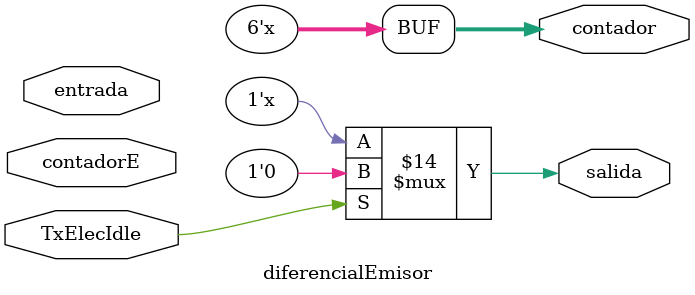
<source format=v>
`timescale 1ns/1ps


module diferencialEmisor(
//  rst,
//  enb,
  entrada, // bit de entrada serial
  salida,  //D+
  contadorE,
  contador,
  TxElecIdle	//Es como un enable cuando esta alto la salida es alta impedancia, en este caso prondremos 0
//  TxDetectRx, //Se usa para empezar loopback o sea devolver señales emitidas para pruebas por lo tanto// no lo usaremos
//  TxMargin, //Seleciona rango de voltajes del emisor, por eso no lo usaremos
//  TxSwing, //Controla nivel de swing de voltaje de transmision y por lo  tanto no se usara
//  TxDeemph  //Se usa para seleccionar el nivel de de-emphasis del transmisor por esto no lo usaremos
    );

  input wire entrada;
  input wire TxElecIdle;
//  input wire TxDetectRx, TxMargin, TxSwing, TxDeemph;
  input wire [5:0] contadorE;
  output reg salida = 0;
  output reg [5:0]  contador = 0;

  always @ ( * )begin
	  if(TxElecIdle) salida = 1'b0;
//	  else if (salida == 1'bz) salida = 0;
	  else begin 
		  contador = contador +1;
//		  contadorE = contador;
//		  if(contador == 5'b11111) begin contador = 0;
		  if (entrada == 1) salida = !salida;
		  else salida = salida;
////	  end
  end
  end

endmodule
                       
/*Fuentes:
https://es.wikipedia.org/wiki/C%C3%B3digos_NRZ#NRZ-I
www.teknoplof.com/tag/nrz-i/
Especificion de intel.
*/

</source>
